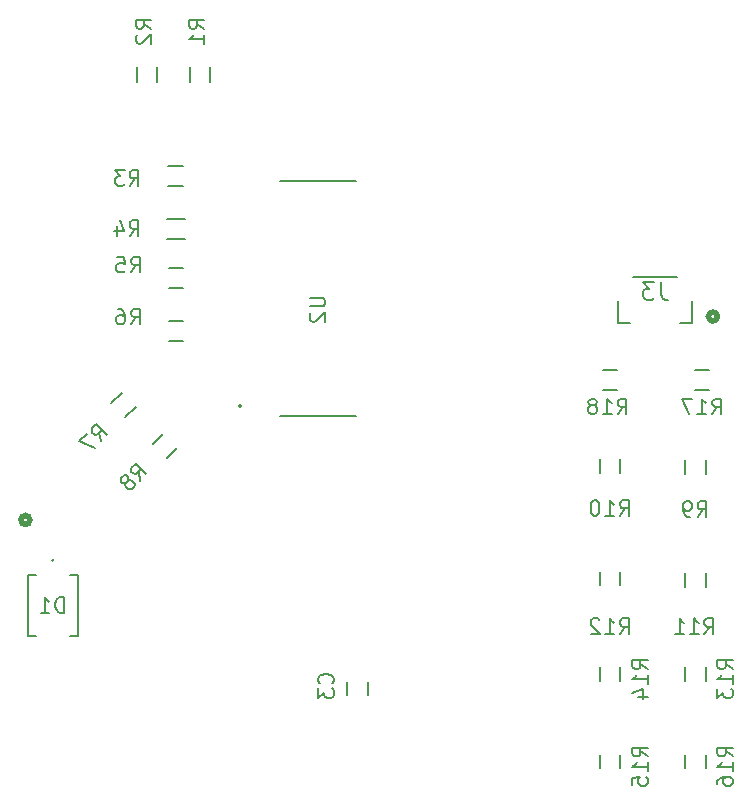
<source format=gbr>
%TF.GenerationSoftware,KiCad,Pcbnew,9.0.0*%
%TF.CreationDate,2025-06-18T07:15:52-06:00*%
%TF.ProjectId,schematic_Mk2.1,73636865-6d61-4746-9963-5f4d6b322e31,rev?*%
%TF.SameCoordinates,Original*%
%TF.FileFunction,Legend,Bot*%
%TF.FilePolarity,Positive*%
%FSLAX46Y46*%
G04 Gerber Fmt 4.6, Leading zero omitted, Abs format (unit mm)*
G04 Created by KiCad (PCBNEW 9.0.0) date 2025-06-18 07:15:52*
%MOMM*%
%LPD*%
G01*
G04 APERTURE LIST*
%ADD10C,0.200000*%
%ADD11C,0.150000*%
%ADD12C,0.508000*%
%ADD13C,0.152400*%
%ADD14C,0.127000*%
G04 APERTURE END LIST*
D10*
X118616666Y-77791004D02*
X119049999Y-77171957D01*
X119359523Y-77791004D02*
X119359523Y-76491004D01*
X119359523Y-76491004D02*
X118864285Y-76491004D01*
X118864285Y-76491004D02*
X118740475Y-76552909D01*
X118740475Y-76552909D02*
X118678570Y-76614814D01*
X118678570Y-76614814D02*
X118616666Y-76738623D01*
X118616666Y-76738623D02*
X118616666Y-76924338D01*
X118616666Y-76924338D02*
X118678570Y-77048147D01*
X118678570Y-77048147D02*
X118740475Y-77110052D01*
X118740475Y-77110052D02*
X118864285Y-77171957D01*
X118864285Y-77171957D02*
X119359523Y-77171957D01*
X117440475Y-76491004D02*
X118059523Y-76491004D01*
X118059523Y-76491004D02*
X118121427Y-77110052D01*
X118121427Y-77110052D02*
X118059523Y-77048147D01*
X118059523Y-77048147D02*
X117935713Y-76986242D01*
X117935713Y-76986242D02*
X117626189Y-76986242D01*
X117626189Y-76986242D02*
X117502380Y-77048147D01*
X117502380Y-77048147D02*
X117440475Y-77110052D01*
X117440475Y-77110052D02*
X117378570Y-77233861D01*
X117378570Y-77233861D02*
X117378570Y-77543385D01*
X117378570Y-77543385D02*
X117440475Y-77667195D01*
X117440475Y-77667195D02*
X117502380Y-77729100D01*
X117502380Y-77729100D02*
X117626189Y-77791004D01*
X117626189Y-77791004D02*
X117935713Y-77791004D01*
X117935713Y-77791004D02*
X118059523Y-77729100D01*
X118059523Y-77729100D02*
X118121427Y-77667195D01*
X118616666Y-82191004D02*
X119049999Y-81571957D01*
X119359523Y-82191004D02*
X119359523Y-80891004D01*
X119359523Y-80891004D02*
X118864285Y-80891004D01*
X118864285Y-80891004D02*
X118740475Y-80952909D01*
X118740475Y-80952909D02*
X118678570Y-81014814D01*
X118678570Y-81014814D02*
X118616666Y-81138623D01*
X118616666Y-81138623D02*
X118616666Y-81324338D01*
X118616666Y-81324338D02*
X118678570Y-81448147D01*
X118678570Y-81448147D02*
X118740475Y-81510052D01*
X118740475Y-81510052D02*
X118864285Y-81571957D01*
X118864285Y-81571957D02*
X119359523Y-81571957D01*
X117502380Y-80891004D02*
X117749999Y-80891004D01*
X117749999Y-80891004D02*
X117873808Y-80952909D01*
X117873808Y-80952909D02*
X117935713Y-81014814D01*
X117935713Y-81014814D02*
X118059523Y-81200528D01*
X118059523Y-81200528D02*
X118121427Y-81448147D01*
X118121427Y-81448147D02*
X118121427Y-81943385D01*
X118121427Y-81943385D02*
X118059523Y-82067195D01*
X118059523Y-82067195D02*
X117997618Y-82129100D01*
X117997618Y-82129100D02*
X117873808Y-82191004D01*
X117873808Y-82191004D02*
X117626189Y-82191004D01*
X117626189Y-82191004D02*
X117502380Y-82129100D01*
X117502380Y-82129100D02*
X117440475Y-82067195D01*
X117440475Y-82067195D02*
X117378570Y-81943385D01*
X117378570Y-81943385D02*
X117378570Y-81633861D01*
X117378570Y-81633861D02*
X117440475Y-81510052D01*
X117440475Y-81510052D02*
X117502380Y-81448147D01*
X117502380Y-81448147D02*
X117626189Y-81386242D01*
X117626189Y-81386242D02*
X117873808Y-81386242D01*
X117873808Y-81386242D02*
X117997618Y-81448147D01*
X117997618Y-81448147D02*
X118059523Y-81510052D01*
X118059523Y-81510052D02*
X118121427Y-81633861D01*
D11*
X163499999Y-78586128D02*
X163499999Y-79657557D01*
X163499999Y-79657557D02*
X163571428Y-79871842D01*
X163571428Y-79871842D02*
X163714285Y-80014700D01*
X163714285Y-80014700D02*
X163928571Y-80086128D01*
X163928571Y-80086128D02*
X164071428Y-80086128D01*
X162928571Y-78586128D02*
X161999999Y-78586128D01*
X161999999Y-78586128D02*
X162499999Y-79157557D01*
X162499999Y-79157557D02*
X162285714Y-79157557D01*
X162285714Y-79157557D02*
X162142857Y-79228985D01*
X162142857Y-79228985D02*
X162071428Y-79300414D01*
X162071428Y-79300414D02*
X161999999Y-79443271D01*
X161999999Y-79443271D02*
X161999999Y-79800414D01*
X161999999Y-79800414D02*
X162071428Y-79943271D01*
X162071428Y-79943271D02*
X162142857Y-80014700D01*
X162142857Y-80014700D02*
X162285714Y-80086128D01*
X162285714Y-80086128D02*
X162714285Y-80086128D01*
X162714285Y-80086128D02*
X162857142Y-80014700D01*
X162857142Y-80014700D02*
X162928571Y-79943271D01*
D10*
X159835714Y-89791004D02*
X160269047Y-89171957D01*
X160578571Y-89791004D02*
X160578571Y-88491004D01*
X160578571Y-88491004D02*
X160083333Y-88491004D01*
X160083333Y-88491004D02*
X159959523Y-88552909D01*
X159959523Y-88552909D02*
X159897618Y-88614814D01*
X159897618Y-88614814D02*
X159835714Y-88738623D01*
X159835714Y-88738623D02*
X159835714Y-88924338D01*
X159835714Y-88924338D02*
X159897618Y-89048147D01*
X159897618Y-89048147D02*
X159959523Y-89110052D01*
X159959523Y-89110052D02*
X160083333Y-89171957D01*
X160083333Y-89171957D02*
X160578571Y-89171957D01*
X158597618Y-89791004D02*
X159340475Y-89791004D01*
X158969047Y-89791004D02*
X158969047Y-88491004D01*
X158969047Y-88491004D02*
X159092856Y-88676719D01*
X159092856Y-88676719D02*
X159216666Y-88800528D01*
X159216666Y-88800528D02*
X159340475Y-88862433D01*
X157854761Y-89048147D02*
X157978571Y-88986242D01*
X157978571Y-88986242D02*
X158040476Y-88924338D01*
X158040476Y-88924338D02*
X158102380Y-88800528D01*
X158102380Y-88800528D02*
X158102380Y-88738623D01*
X158102380Y-88738623D02*
X158040476Y-88614814D01*
X158040476Y-88614814D02*
X157978571Y-88552909D01*
X157978571Y-88552909D02*
X157854761Y-88491004D01*
X157854761Y-88491004D02*
X157607142Y-88491004D01*
X157607142Y-88491004D02*
X157483333Y-88552909D01*
X157483333Y-88552909D02*
X157421428Y-88614814D01*
X157421428Y-88614814D02*
X157359523Y-88738623D01*
X157359523Y-88738623D02*
X157359523Y-88800528D01*
X157359523Y-88800528D02*
X157421428Y-88924338D01*
X157421428Y-88924338D02*
X157483333Y-88986242D01*
X157483333Y-88986242D02*
X157607142Y-89048147D01*
X157607142Y-89048147D02*
X157854761Y-89048147D01*
X157854761Y-89048147D02*
X157978571Y-89110052D01*
X157978571Y-89110052D02*
X158040476Y-89171957D01*
X158040476Y-89171957D02*
X158102380Y-89295766D01*
X158102380Y-89295766D02*
X158102380Y-89543385D01*
X158102380Y-89543385D02*
X158040476Y-89667195D01*
X158040476Y-89667195D02*
X157978571Y-89729100D01*
X157978571Y-89729100D02*
X157854761Y-89791004D01*
X157854761Y-89791004D02*
X157607142Y-89791004D01*
X157607142Y-89791004D02*
X157483333Y-89729100D01*
X157483333Y-89729100D02*
X157421428Y-89667195D01*
X157421428Y-89667195D02*
X157359523Y-89543385D01*
X157359523Y-89543385D02*
X157359523Y-89295766D01*
X157359523Y-89295766D02*
X157421428Y-89171957D01*
X157421428Y-89171957D02*
X157483333Y-89110052D01*
X157483333Y-89110052D02*
X157607142Y-89048147D01*
X167185714Y-108391004D02*
X167619047Y-107771957D01*
X167928571Y-108391004D02*
X167928571Y-107091004D01*
X167928571Y-107091004D02*
X167433333Y-107091004D01*
X167433333Y-107091004D02*
X167309523Y-107152909D01*
X167309523Y-107152909D02*
X167247618Y-107214814D01*
X167247618Y-107214814D02*
X167185714Y-107338623D01*
X167185714Y-107338623D02*
X167185714Y-107524338D01*
X167185714Y-107524338D02*
X167247618Y-107648147D01*
X167247618Y-107648147D02*
X167309523Y-107710052D01*
X167309523Y-107710052D02*
X167433333Y-107771957D01*
X167433333Y-107771957D02*
X167928571Y-107771957D01*
X165947618Y-108391004D02*
X166690475Y-108391004D01*
X166319047Y-108391004D02*
X166319047Y-107091004D01*
X166319047Y-107091004D02*
X166442856Y-107276719D01*
X166442856Y-107276719D02*
X166566666Y-107400528D01*
X166566666Y-107400528D02*
X166690475Y-107462433D01*
X164709523Y-108391004D02*
X165452380Y-108391004D01*
X165080952Y-108391004D02*
X165080952Y-107091004D01*
X165080952Y-107091004D02*
X165204761Y-107276719D01*
X165204761Y-107276719D02*
X165328571Y-107400528D01*
X165328571Y-107400528D02*
X165452380Y-107462433D01*
X169591004Y-111364285D02*
X168971957Y-110930952D01*
X169591004Y-110621428D02*
X168291004Y-110621428D01*
X168291004Y-110621428D02*
X168291004Y-111116666D01*
X168291004Y-111116666D02*
X168352909Y-111240476D01*
X168352909Y-111240476D02*
X168414814Y-111302381D01*
X168414814Y-111302381D02*
X168538623Y-111364285D01*
X168538623Y-111364285D02*
X168724338Y-111364285D01*
X168724338Y-111364285D02*
X168848147Y-111302381D01*
X168848147Y-111302381D02*
X168910052Y-111240476D01*
X168910052Y-111240476D02*
X168971957Y-111116666D01*
X168971957Y-111116666D02*
X168971957Y-110621428D01*
X169591004Y-112602381D02*
X169591004Y-111859524D01*
X169591004Y-112230952D02*
X168291004Y-112230952D01*
X168291004Y-112230952D02*
X168476719Y-112107143D01*
X168476719Y-112107143D02*
X168600528Y-111983333D01*
X168600528Y-111983333D02*
X168662433Y-111859524D01*
X168291004Y-113035714D02*
X168291004Y-113840476D01*
X168291004Y-113840476D02*
X168786242Y-113407142D01*
X168786242Y-113407142D02*
X168786242Y-113592857D01*
X168786242Y-113592857D02*
X168848147Y-113716666D01*
X168848147Y-113716666D02*
X168910052Y-113778571D01*
X168910052Y-113778571D02*
X169033861Y-113840476D01*
X169033861Y-113840476D02*
X169343385Y-113840476D01*
X169343385Y-113840476D02*
X169467195Y-113778571D01*
X169467195Y-113778571D02*
X169529100Y-113716666D01*
X169529100Y-113716666D02*
X169591004Y-113592857D01*
X169591004Y-113592857D02*
X169591004Y-113221428D01*
X169591004Y-113221428D02*
X169529100Y-113097619D01*
X169529100Y-113097619D02*
X169467195Y-113035714D01*
X119419459Y-95416347D02*
X119288139Y-94672201D01*
X119944738Y-94891068D02*
X119025500Y-93971829D01*
X119025500Y-93971829D02*
X118675313Y-94322015D01*
X118675313Y-94322015D02*
X118631540Y-94453335D01*
X118631540Y-94453335D02*
X118631540Y-94540881D01*
X118631540Y-94540881D02*
X118675313Y-94672201D01*
X118675313Y-94672201D02*
X118806633Y-94803521D01*
X118806633Y-94803521D02*
X118937953Y-94847294D01*
X118937953Y-94847294D02*
X119025500Y-94847294D01*
X119025500Y-94847294D02*
X119156819Y-94803521D01*
X119156819Y-94803521D02*
X119507006Y-94453335D01*
X118368900Y-95416347D02*
X118412674Y-95285027D01*
X118412674Y-95285027D02*
X118412674Y-95197481D01*
X118412674Y-95197481D02*
X118368900Y-95066161D01*
X118368900Y-95066161D02*
X118325127Y-95022387D01*
X118325127Y-95022387D02*
X118193807Y-94978614D01*
X118193807Y-94978614D02*
X118106261Y-94978614D01*
X118106261Y-94978614D02*
X117974941Y-95022387D01*
X117974941Y-95022387D02*
X117799848Y-95197481D01*
X117799848Y-95197481D02*
X117756074Y-95328800D01*
X117756074Y-95328800D02*
X117756074Y-95416347D01*
X117756074Y-95416347D02*
X117799848Y-95547667D01*
X117799848Y-95547667D02*
X117843621Y-95591440D01*
X117843621Y-95591440D02*
X117974941Y-95635213D01*
X117974941Y-95635213D02*
X118062487Y-95635213D01*
X118062487Y-95635213D02*
X118193807Y-95591440D01*
X118193807Y-95591440D02*
X118368900Y-95416347D01*
X118368900Y-95416347D02*
X118500220Y-95372574D01*
X118500220Y-95372574D02*
X118587767Y-95372574D01*
X118587767Y-95372574D02*
X118719087Y-95416347D01*
X118719087Y-95416347D02*
X118894180Y-95591440D01*
X118894180Y-95591440D02*
X118937953Y-95722760D01*
X118937953Y-95722760D02*
X118937953Y-95810306D01*
X118937953Y-95810306D02*
X118894180Y-95941626D01*
X118894180Y-95941626D02*
X118719087Y-96116719D01*
X118719087Y-96116719D02*
X118587767Y-96160493D01*
X118587767Y-96160493D02*
X118500220Y-96160493D01*
X118500220Y-96160493D02*
X118368900Y-96116719D01*
X118368900Y-96116719D02*
X118193807Y-95941626D01*
X118193807Y-95941626D02*
X118150034Y-95810306D01*
X118150034Y-95810306D02*
X118150034Y-95722760D01*
X118150034Y-95722760D02*
X118193807Y-95591440D01*
X112959523Y-106591004D02*
X112959523Y-105291004D01*
X112959523Y-105291004D02*
X112649999Y-105291004D01*
X112649999Y-105291004D02*
X112464285Y-105352909D01*
X112464285Y-105352909D02*
X112340475Y-105476719D01*
X112340475Y-105476719D02*
X112278570Y-105600528D01*
X112278570Y-105600528D02*
X112216666Y-105848147D01*
X112216666Y-105848147D02*
X112216666Y-106033861D01*
X112216666Y-106033861D02*
X112278570Y-106281480D01*
X112278570Y-106281480D02*
X112340475Y-106405290D01*
X112340475Y-106405290D02*
X112464285Y-106529100D01*
X112464285Y-106529100D02*
X112649999Y-106591004D01*
X112649999Y-106591004D02*
X112959523Y-106591004D01*
X110978570Y-106591004D02*
X111721427Y-106591004D01*
X111349999Y-106591004D02*
X111349999Y-105291004D01*
X111349999Y-105291004D02*
X111473808Y-105476719D01*
X111473808Y-105476719D02*
X111597618Y-105600528D01*
X111597618Y-105600528D02*
X111721427Y-105662433D01*
X124841004Y-57173333D02*
X124221957Y-56740000D01*
X124841004Y-56430476D02*
X123541004Y-56430476D01*
X123541004Y-56430476D02*
X123541004Y-56925714D01*
X123541004Y-56925714D02*
X123602909Y-57049524D01*
X123602909Y-57049524D02*
X123664814Y-57111429D01*
X123664814Y-57111429D02*
X123788623Y-57173333D01*
X123788623Y-57173333D02*
X123974338Y-57173333D01*
X123974338Y-57173333D02*
X124098147Y-57111429D01*
X124098147Y-57111429D02*
X124160052Y-57049524D01*
X124160052Y-57049524D02*
X124221957Y-56925714D01*
X124221957Y-56925714D02*
X124221957Y-56430476D01*
X124841004Y-58411429D02*
X124841004Y-57668572D01*
X124841004Y-58040000D02*
X123541004Y-58040000D01*
X123541004Y-58040000D02*
X123726719Y-57916191D01*
X123726719Y-57916191D02*
X123850528Y-57792381D01*
X123850528Y-57792381D02*
X123912433Y-57668572D01*
X118526666Y-74691004D02*
X118959999Y-74071957D01*
X119269523Y-74691004D02*
X119269523Y-73391004D01*
X119269523Y-73391004D02*
X118774285Y-73391004D01*
X118774285Y-73391004D02*
X118650475Y-73452909D01*
X118650475Y-73452909D02*
X118588570Y-73514814D01*
X118588570Y-73514814D02*
X118526666Y-73638623D01*
X118526666Y-73638623D02*
X118526666Y-73824338D01*
X118526666Y-73824338D02*
X118588570Y-73948147D01*
X118588570Y-73948147D02*
X118650475Y-74010052D01*
X118650475Y-74010052D02*
X118774285Y-74071957D01*
X118774285Y-74071957D02*
X119269523Y-74071957D01*
X117412380Y-73824338D02*
X117412380Y-74691004D01*
X117721904Y-73329100D02*
X118031427Y-74257671D01*
X118031427Y-74257671D02*
X117226666Y-74257671D01*
X118526666Y-70441004D02*
X118959999Y-69821957D01*
X119269523Y-70441004D02*
X119269523Y-69141004D01*
X119269523Y-69141004D02*
X118774285Y-69141004D01*
X118774285Y-69141004D02*
X118650475Y-69202909D01*
X118650475Y-69202909D02*
X118588570Y-69264814D01*
X118588570Y-69264814D02*
X118526666Y-69388623D01*
X118526666Y-69388623D02*
X118526666Y-69574338D01*
X118526666Y-69574338D02*
X118588570Y-69698147D01*
X118588570Y-69698147D02*
X118650475Y-69760052D01*
X118650475Y-69760052D02*
X118774285Y-69821957D01*
X118774285Y-69821957D02*
X119269523Y-69821957D01*
X118093332Y-69141004D02*
X117288570Y-69141004D01*
X117288570Y-69141004D02*
X117721904Y-69636242D01*
X117721904Y-69636242D02*
X117536189Y-69636242D01*
X117536189Y-69636242D02*
X117412380Y-69698147D01*
X117412380Y-69698147D02*
X117350475Y-69760052D01*
X117350475Y-69760052D02*
X117288570Y-69883861D01*
X117288570Y-69883861D02*
X117288570Y-70193385D01*
X117288570Y-70193385D02*
X117350475Y-70317195D01*
X117350475Y-70317195D02*
X117412380Y-70379100D01*
X117412380Y-70379100D02*
X117536189Y-70441004D01*
X117536189Y-70441004D02*
X117907618Y-70441004D01*
X117907618Y-70441004D02*
X118031427Y-70379100D01*
X118031427Y-70379100D02*
X118093332Y-70317195D01*
X167835714Y-89791004D02*
X168269047Y-89171957D01*
X168578571Y-89791004D02*
X168578571Y-88491004D01*
X168578571Y-88491004D02*
X168083333Y-88491004D01*
X168083333Y-88491004D02*
X167959523Y-88552909D01*
X167959523Y-88552909D02*
X167897618Y-88614814D01*
X167897618Y-88614814D02*
X167835714Y-88738623D01*
X167835714Y-88738623D02*
X167835714Y-88924338D01*
X167835714Y-88924338D02*
X167897618Y-89048147D01*
X167897618Y-89048147D02*
X167959523Y-89110052D01*
X167959523Y-89110052D02*
X168083333Y-89171957D01*
X168083333Y-89171957D02*
X168578571Y-89171957D01*
X166597618Y-89791004D02*
X167340475Y-89791004D01*
X166969047Y-89791004D02*
X166969047Y-88491004D01*
X166969047Y-88491004D02*
X167092856Y-88676719D01*
X167092856Y-88676719D02*
X167216666Y-88800528D01*
X167216666Y-88800528D02*
X167340475Y-88862433D01*
X166164285Y-88491004D02*
X165297619Y-88491004D01*
X165297619Y-88491004D02*
X165854761Y-89791004D01*
X160035714Y-98378504D02*
X160469047Y-97759457D01*
X160778571Y-98378504D02*
X160778571Y-97078504D01*
X160778571Y-97078504D02*
X160283333Y-97078504D01*
X160283333Y-97078504D02*
X160159523Y-97140409D01*
X160159523Y-97140409D02*
X160097618Y-97202314D01*
X160097618Y-97202314D02*
X160035714Y-97326123D01*
X160035714Y-97326123D02*
X160035714Y-97511838D01*
X160035714Y-97511838D02*
X160097618Y-97635647D01*
X160097618Y-97635647D02*
X160159523Y-97697552D01*
X160159523Y-97697552D02*
X160283333Y-97759457D01*
X160283333Y-97759457D02*
X160778571Y-97759457D01*
X158797618Y-98378504D02*
X159540475Y-98378504D01*
X159169047Y-98378504D02*
X159169047Y-97078504D01*
X159169047Y-97078504D02*
X159292856Y-97264219D01*
X159292856Y-97264219D02*
X159416666Y-97388028D01*
X159416666Y-97388028D02*
X159540475Y-97449933D01*
X157992857Y-97078504D02*
X157869047Y-97078504D01*
X157869047Y-97078504D02*
X157745238Y-97140409D01*
X157745238Y-97140409D02*
X157683333Y-97202314D01*
X157683333Y-97202314D02*
X157621428Y-97326123D01*
X157621428Y-97326123D02*
X157559523Y-97573742D01*
X157559523Y-97573742D02*
X157559523Y-97883266D01*
X157559523Y-97883266D02*
X157621428Y-98130885D01*
X157621428Y-98130885D02*
X157683333Y-98254695D01*
X157683333Y-98254695D02*
X157745238Y-98316600D01*
X157745238Y-98316600D02*
X157869047Y-98378504D01*
X157869047Y-98378504D02*
X157992857Y-98378504D01*
X157992857Y-98378504D02*
X158116666Y-98316600D01*
X158116666Y-98316600D02*
X158178571Y-98254695D01*
X158178571Y-98254695D02*
X158240476Y-98130885D01*
X158240476Y-98130885D02*
X158302380Y-97883266D01*
X158302380Y-97883266D02*
X158302380Y-97573742D01*
X158302380Y-97573742D02*
X158240476Y-97326123D01*
X158240476Y-97326123D02*
X158178571Y-97202314D01*
X158178571Y-97202314D02*
X158116666Y-97140409D01*
X158116666Y-97140409D02*
X157992857Y-97078504D01*
X133761004Y-79930373D02*
X134813385Y-79930373D01*
X134813385Y-79930373D02*
X134937195Y-79992278D01*
X134937195Y-79992278D02*
X134999100Y-80054183D01*
X134999100Y-80054183D02*
X135061004Y-80177992D01*
X135061004Y-80177992D02*
X135061004Y-80425611D01*
X135061004Y-80425611D02*
X134999100Y-80549421D01*
X134999100Y-80549421D02*
X134937195Y-80611326D01*
X134937195Y-80611326D02*
X134813385Y-80673230D01*
X134813385Y-80673230D02*
X133761004Y-80673230D01*
X133884814Y-81230374D02*
X133822909Y-81292278D01*
X133822909Y-81292278D02*
X133761004Y-81416088D01*
X133761004Y-81416088D02*
X133761004Y-81725612D01*
X133761004Y-81725612D02*
X133822909Y-81849421D01*
X133822909Y-81849421D02*
X133884814Y-81911326D01*
X133884814Y-81911326D02*
X134008623Y-81973231D01*
X134008623Y-81973231D02*
X134132433Y-81973231D01*
X134132433Y-81973231D02*
X134318147Y-81911326D01*
X134318147Y-81911326D02*
X135061004Y-81168469D01*
X135061004Y-81168469D02*
X135061004Y-81973231D01*
X166616666Y-98472504D02*
X167049999Y-97853457D01*
X167359523Y-98472504D02*
X167359523Y-97172504D01*
X167359523Y-97172504D02*
X166864285Y-97172504D01*
X166864285Y-97172504D02*
X166740475Y-97234409D01*
X166740475Y-97234409D02*
X166678570Y-97296314D01*
X166678570Y-97296314D02*
X166616666Y-97420123D01*
X166616666Y-97420123D02*
X166616666Y-97605838D01*
X166616666Y-97605838D02*
X166678570Y-97729647D01*
X166678570Y-97729647D02*
X166740475Y-97791552D01*
X166740475Y-97791552D02*
X166864285Y-97853457D01*
X166864285Y-97853457D02*
X167359523Y-97853457D01*
X165997618Y-98472504D02*
X165749999Y-98472504D01*
X165749999Y-98472504D02*
X165626189Y-98410600D01*
X165626189Y-98410600D02*
X165564285Y-98348695D01*
X165564285Y-98348695D02*
X165440475Y-98162980D01*
X165440475Y-98162980D02*
X165378570Y-97915361D01*
X165378570Y-97915361D02*
X165378570Y-97420123D01*
X165378570Y-97420123D02*
X165440475Y-97296314D01*
X165440475Y-97296314D02*
X165502380Y-97234409D01*
X165502380Y-97234409D02*
X165626189Y-97172504D01*
X165626189Y-97172504D02*
X165873808Y-97172504D01*
X165873808Y-97172504D02*
X165997618Y-97234409D01*
X165997618Y-97234409D02*
X166059523Y-97296314D01*
X166059523Y-97296314D02*
X166121427Y-97420123D01*
X166121427Y-97420123D02*
X166121427Y-97729647D01*
X166121427Y-97729647D02*
X166059523Y-97853457D01*
X166059523Y-97853457D02*
X165997618Y-97915361D01*
X165997618Y-97915361D02*
X165873808Y-97977266D01*
X165873808Y-97977266D02*
X165626189Y-97977266D01*
X165626189Y-97977266D02*
X165502380Y-97915361D01*
X165502380Y-97915361D02*
X165440475Y-97853457D01*
X165440475Y-97853457D02*
X165378570Y-97729647D01*
X160035714Y-108391004D02*
X160469047Y-107771957D01*
X160778571Y-108391004D02*
X160778571Y-107091004D01*
X160778571Y-107091004D02*
X160283333Y-107091004D01*
X160283333Y-107091004D02*
X160159523Y-107152909D01*
X160159523Y-107152909D02*
X160097618Y-107214814D01*
X160097618Y-107214814D02*
X160035714Y-107338623D01*
X160035714Y-107338623D02*
X160035714Y-107524338D01*
X160035714Y-107524338D02*
X160097618Y-107648147D01*
X160097618Y-107648147D02*
X160159523Y-107710052D01*
X160159523Y-107710052D02*
X160283333Y-107771957D01*
X160283333Y-107771957D02*
X160778571Y-107771957D01*
X158797618Y-108391004D02*
X159540475Y-108391004D01*
X159169047Y-108391004D02*
X159169047Y-107091004D01*
X159169047Y-107091004D02*
X159292856Y-107276719D01*
X159292856Y-107276719D02*
X159416666Y-107400528D01*
X159416666Y-107400528D02*
X159540475Y-107462433D01*
X158302380Y-107214814D02*
X158240476Y-107152909D01*
X158240476Y-107152909D02*
X158116666Y-107091004D01*
X158116666Y-107091004D02*
X157807142Y-107091004D01*
X157807142Y-107091004D02*
X157683333Y-107152909D01*
X157683333Y-107152909D02*
X157621428Y-107214814D01*
X157621428Y-107214814D02*
X157559523Y-107338623D01*
X157559523Y-107338623D02*
X157559523Y-107462433D01*
X157559523Y-107462433D02*
X157621428Y-107648147D01*
X157621428Y-107648147D02*
X158364285Y-108391004D01*
X158364285Y-108391004D02*
X157559523Y-108391004D01*
X162391004Y-111364285D02*
X161771957Y-110930952D01*
X162391004Y-110621428D02*
X161091004Y-110621428D01*
X161091004Y-110621428D02*
X161091004Y-111116666D01*
X161091004Y-111116666D02*
X161152909Y-111240476D01*
X161152909Y-111240476D02*
X161214814Y-111302381D01*
X161214814Y-111302381D02*
X161338623Y-111364285D01*
X161338623Y-111364285D02*
X161524338Y-111364285D01*
X161524338Y-111364285D02*
X161648147Y-111302381D01*
X161648147Y-111302381D02*
X161710052Y-111240476D01*
X161710052Y-111240476D02*
X161771957Y-111116666D01*
X161771957Y-111116666D02*
X161771957Y-110621428D01*
X162391004Y-112602381D02*
X162391004Y-111859524D01*
X162391004Y-112230952D02*
X161091004Y-112230952D01*
X161091004Y-112230952D02*
X161276719Y-112107143D01*
X161276719Y-112107143D02*
X161400528Y-111983333D01*
X161400528Y-111983333D02*
X161462433Y-111859524D01*
X161524338Y-113716666D02*
X162391004Y-113716666D01*
X161029100Y-113407142D02*
X161957671Y-113097619D01*
X161957671Y-113097619D02*
X161957671Y-113902380D01*
X169591004Y-118764285D02*
X168971957Y-118330952D01*
X169591004Y-118021428D02*
X168291004Y-118021428D01*
X168291004Y-118021428D02*
X168291004Y-118516666D01*
X168291004Y-118516666D02*
X168352909Y-118640476D01*
X168352909Y-118640476D02*
X168414814Y-118702381D01*
X168414814Y-118702381D02*
X168538623Y-118764285D01*
X168538623Y-118764285D02*
X168724338Y-118764285D01*
X168724338Y-118764285D02*
X168848147Y-118702381D01*
X168848147Y-118702381D02*
X168910052Y-118640476D01*
X168910052Y-118640476D02*
X168971957Y-118516666D01*
X168971957Y-118516666D02*
X168971957Y-118021428D01*
X169591004Y-120002381D02*
X169591004Y-119259524D01*
X169591004Y-119630952D02*
X168291004Y-119630952D01*
X168291004Y-119630952D02*
X168476719Y-119507143D01*
X168476719Y-119507143D02*
X168600528Y-119383333D01*
X168600528Y-119383333D02*
X168662433Y-119259524D01*
X168291004Y-121116666D02*
X168291004Y-120869047D01*
X168291004Y-120869047D02*
X168352909Y-120745238D01*
X168352909Y-120745238D02*
X168414814Y-120683333D01*
X168414814Y-120683333D02*
X168600528Y-120559523D01*
X168600528Y-120559523D02*
X168848147Y-120497619D01*
X168848147Y-120497619D02*
X169343385Y-120497619D01*
X169343385Y-120497619D02*
X169467195Y-120559523D01*
X169467195Y-120559523D02*
X169529100Y-120621428D01*
X169529100Y-120621428D02*
X169591004Y-120745238D01*
X169591004Y-120745238D02*
X169591004Y-120992857D01*
X169591004Y-120992857D02*
X169529100Y-121116666D01*
X169529100Y-121116666D02*
X169467195Y-121178571D01*
X169467195Y-121178571D02*
X169343385Y-121240476D01*
X169343385Y-121240476D02*
X169033861Y-121240476D01*
X169033861Y-121240476D02*
X168910052Y-121178571D01*
X168910052Y-121178571D02*
X168848147Y-121116666D01*
X168848147Y-121116666D02*
X168786242Y-120992857D01*
X168786242Y-120992857D02*
X168786242Y-120745238D01*
X168786242Y-120745238D02*
X168848147Y-120621428D01*
X168848147Y-120621428D02*
X168910052Y-120559523D01*
X168910052Y-120559523D02*
X169033861Y-120497619D01*
X120341004Y-57173333D02*
X119721957Y-56740000D01*
X120341004Y-56430476D02*
X119041004Y-56430476D01*
X119041004Y-56430476D02*
X119041004Y-56925714D01*
X119041004Y-56925714D02*
X119102909Y-57049524D01*
X119102909Y-57049524D02*
X119164814Y-57111429D01*
X119164814Y-57111429D02*
X119288623Y-57173333D01*
X119288623Y-57173333D02*
X119474338Y-57173333D01*
X119474338Y-57173333D02*
X119598147Y-57111429D01*
X119598147Y-57111429D02*
X119660052Y-57049524D01*
X119660052Y-57049524D02*
X119721957Y-56925714D01*
X119721957Y-56925714D02*
X119721957Y-56430476D01*
X119164814Y-57668572D02*
X119102909Y-57730476D01*
X119102909Y-57730476D02*
X119041004Y-57854286D01*
X119041004Y-57854286D02*
X119041004Y-58163810D01*
X119041004Y-58163810D02*
X119102909Y-58287619D01*
X119102909Y-58287619D02*
X119164814Y-58349524D01*
X119164814Y-58349524D02*
X119288623Y-58411429D01*
X119288623Y-58411429D02*
X119412433Y-58411429D01*
X119412433Y-58411429D02*
X119598147Y-58349524D01*
X119598147Y-58349524D02*
X120341004Y-57606667D01*
X120341004Y-57606667D02*
X120341004Y-58411429D01*
X162391004Y-118764285D02*
X161771957Y-118330952D01*
X162391004Y-118021428D02*
X161091004Y-118021428D01*
X161091004Y-118021428D02*
X161091004Y-118516666D01*
X161091004Y-118516666D02*
X161152909Y-118640476D01*
X161152909Y-118640476D02*
X161214814Y-118702381D01*
X161214814Y-118702381D02*
X161338623Y-118764285D01*
X161338623Y-118764285D02*
X161524338Y-118764285D01*
X161524338Y-118764285D02*
X161648147Y-118702381D01*
X161648147Y-118702381D02*
X161710052Y-118640476D01*
X161710052Y-118640476D02*
X161771957Y-118516666D01*
X161771957Y-118516666D02*
X161771957Y-118021428D01*
X162391004Y-120002381D02*
X162391004Y-119259524D01*
X162391004Y-119630952D02*
X161091004Y-119630952D01*
X161091004Y-119630952D02*
X161276719Y-119507143D01*
X161276719Y-119507143D02*
X161400528Y-119383333D01*
X161400528Y-119383333D02*
X161462433Y-119259524D01*
X161091004Y-121178571D02*
X161091004Y-120559523D01*
X161091004Y-120559523D02*
X161710052Y-120497619D01*
X161710052Y-120497619D02*
X161648147Y-120559523D01*
X161648147Y-120559523D02*
X161586242Y-120683333D01*
X161586242Y-120683333D02*
X161586242Y-120992857D01*
X161586242Y-120992857D02*
X161648147Y-121116666D01*
X161648147Y-121116666D02*
X161710052Y-121178571D01*
X161710052Y-121178571D02*
X161833861Y-121240476D01*
X161833861Y-121240476D02*
X162143385Y-121240476D01*
X162143385Y-121240476D02*
X162267195Y-121178571D01*
X162267195Y-121178571D02*
X162329100Y-121116666D01*
X162329100Y-121116666D02*
X162391004Y-120992857D01*
X162391004Y-120992857D02*
X162391004Y-120683333D01*
X162391004Y-120683333D02*
X162329100Y-120559523D01*
X162329100Y-120559523D02*
X162267195Y-120497619D01*
X135667195Y-112583333D02*
X135729100Y-112521429D01*
X135729100Y-112521429D02*
X135791004Y-112335714D01*
X135791004Y-112335714D02*
X135791004Y-112211905D01*
X135791004Y-112211905D02*
X135729100Y-112026191D01*
X135729100Y-112026191D02*
X135605290Y-111902381D01*
X135605290Y-111902381D02*
X135481480Y-111840476D01*
X135481480Y-111840476D02*
X135233861Y-111778572D01*
X135233861Y-111778572D02*
X135048147Y-111778572D01*
X135048147Y-111778572D02*
X134800528Y-111840476D01*
X134800528Y-111840476D02*
X134676719Y-111902381D01*
X134676719Y-111902381D02*
X134552909Y-112026191D01*
X134552909Y-112026191D02*
X134491004Y-112211905D01*
X134491004Y-112211905D02*
X134491004Y-112335714D01*
X134491004Y-112335714D02*
X134552909Y-112521429D01*
X134552909Y-112521429D02*
X134614814Y-112583333D01*
X134491004Y-113016667D02*
X134491004Y-113821429D01*
X134491004Y-113821429D02*
X134986242Y-113388095D01*
X134986242Y-113388095D02*
X134986242Y-113573810D01*
X134986242Y-113573810D02*
X135048147Y-113697619D01*
X135048147Y-113697619D02*
X135110052Y-113759524D01*
X135110052Y-113759524D02*
X135233861Y-113821429D01*
X135233861Y-113821429D02*
X135543385Y-113821429D01*
X135543385Y-113821429D02*
X135667195Y-113759524D01*
X135667195Y-113759524D02*
X135729100Y-113697619D01*
X135729100Y-113697619D02*
X135791004Y-113573810D01*
X135791004Y-113573810D02*
X135791004Y-113202381D01*
X135791004Y-113202381D02*
X135729100Y-113078572D01*
X135729100Y-113078572D02*
X135667195Y-113016667D01*
X116096235Y-92093124D02*
X115964915Y-91348978D01*
X116621514Y-91567845D02*
X115702276Y-90648606D01*
X115702276Y-90648606D02*
X115352089Y-90998792D01*
X115352089Y-90998792D02*
X115308316Y-91130112D01*
X115308316Y-91130112D02*
X115308316Y-91217658D01*
X115308316Y-91217658D02*
X115352089Y-91348978D01*
X115352089Y-91348978D02*
X115483409Y-91480298D01*
X115483409Y-91480298D02*
X115614729Y-91524071D01*
X115614729Y-91524071D02*
X115702276Y-91524071D01*
X115702276Y-91524071D02*
X115833595Y-91480298D01*
X115833595Y-91480298D02*
X116183782Y-91130112D01*
X114870583Y-91480298D02*
X114257757Y-92093124D01*
X114257757Y-92093124D02*
X115570956Y-92618403D01*
D12*
%TO.C,J4*%
X110077100Y-98745100D02*
G75*
G02*
X109315100Y-98745100I-381000J0D01*
G01*
X109315100Y-98745100D02*
G75*
G02*
X110077100Y-98745100I381000J0D01*
G01*
D13*
%TO.C,J3*%
X159875800Y-82036400D02*
X159875800Y-80237041D01*
X160862460Y-82036400D02*
X159875800Y-82036400D01*
X161129641Y-78175600D02*
X164870359Y-78175600D01*
X166124200Y-80237041D02*
X166124200Y-82036400D01*
X166124200Y-82036400D02*
X165137540Y-82036400D01*
D12*
X168283200Y-81527600D02*
G75*
G02*
X167521200Y-81527600I-381000J0D01*
G01*
X167521200Y-81527600D02*
G75*
G02*
X168283200Y-81527600I381000J0D01*
G01*
D14*
%TO.C,R18*%
X158610000Y-86026000D02*
X159790000Y-86026000D01*
X158610000Y-87786000D02*
X159790000Y-87786000D01*
%TO.C,R11*%
X165520000Y-104390000D02*
X165520000Y-103210000D01*
X167280000Y-104390000D02*
X167280000Y-103210000D01*
%TO.C,R13*%
X165520000Y-112390000D02*
X165520000Y-111210000D01*
X167280000Y-112390000D02*
X167280000Y-111210000D01*
%TO.C,R6*%
X121830000Y-81900000D02*
X123070000Y-81900000D01*
X121830000Y-83600000D02*
X123070000Y-83600000D01*
%TO.C,R8*%
X120460553Y-92337365D02*
X121337365Y-91460553D01*
X121662635Y-93539447D02*
X122539447Y-92662635D01*
D13*
%TO.C,D1*%
X109879100Y-103447300D02*
X110562360Y-103447300D01*
X109879100Y-108552700D02*
X109879100Y-103447300D01*
X110562360Y-108552700D02*
X109879100Y-108552700D01*
X113437640Y-103447300D02*
X114120900Y-103447300D01*
X114120900Y-103447300D02*
X114120900Y-108552700D01*
X114120900Y-108552700D02*
X113437640Y-108552700D01*
X112076200Y-102164600D02*
G75*
G02*
X111923800Y-102164600I-76200J0D01*
G01*
X111923800Y-102164600D02*
G75*
G02*
X112076200Y-102164600I76200J0D01*
G01*
D14*
%TO.C,R1*%
X123650000Y-60420000D02*
X123650000Y-61660000D01*
X125350000Y-60420000D02*
X125350000Y-61660000D01*
%TO.C,R5*%
X121830000Y-77400000D02*
X123070000Y-77400000D01*
X121830000Y-79100000D02*
X123070000Y-79100000D01*
%TO.C,R4*%
X121720000Y-73270000D02*
X123180000Y-73270000D01*
X121720000Y-74930000D02*
X123180000Y-74930000D01*
%TO.C,R3*%
X121790000Y-68750000D02*
X123030000Y-68750000D01*
X121790000Y-70450000D02*
X123030000Y-70450000D01*
%TO.C,R17*%
X166410000Y-86026000D02*
X167590000Y-86026000D01*
X166410000Y-87786000D02*
X167590000Y-87786000D01*
%TO.C,R10*%
X158320000Y-93610000D02*
X158320000Y-94790000D01*
X160080000Y-93610000D02*
X160080000Y-94790000D01*
%TO.C,U2*%
X131220000Y-89920000D02*
X137720000Y-89920000D01*
X137720000Y-70080000D02*
X131220000Y-70080000D01*
D10*
X127970000Y-89100000D02*
G75*
G02*
X127770000Y-89100000I-100000J0D01*
G01*
X127770000Y-89100000D02*
G75*
G02*
X127970000Y-89100000I100000J0D01*
G01*
D14*
%TO.C,R9*%
X165520000Y-93704000D02*
X165520000Y-94884000D01*
X167280000Y-93704000D02*
X167280000Y-94884000D01*
%TO.C,R12*%
X158320000Y-104296000D02*
X158320000Y-103116000D01*
X160080000Y-104296000D02*
X160080000Y-103116000D01*
%TO.C,R14*%
X158320000Y-111210000D02*
X158320000Y-112390000D01*
X160080000Y-111210000D02*
X160080000Y-112390000D01*
%TO.C,R16*%
X165520000Y-119790000D02*
X165520000Y-118610000D01*
X167280000Y-119790000D02*
X167280000Y-118610000D01*
%TO.C,R2*%
X119150000Y-60420000D02*
X119150000Y-61660000D01*
X120850000Y-60420000D02*
X120850000Y-61660000D01*
%TO.C,R15*%
X158320000Y-119790000D02*
X158320000Y-118610000D01*
X160080000Y-119790000D02*
X160080000Y-118610000D01*
%TO.C,C3*%
X136900000Y-112460000D02*
X136900000Y-113540000D01*
X138700000Y-112460000D02*
X138700000Y-113540000D01*
%TO.C,R7*%
X116960553Y-88837365D02*
X117837365Y-87960553D01*
X118162635Y-90039447D02*
X119039447Y-89162635D01*
%TD*%
M02*

</source>
